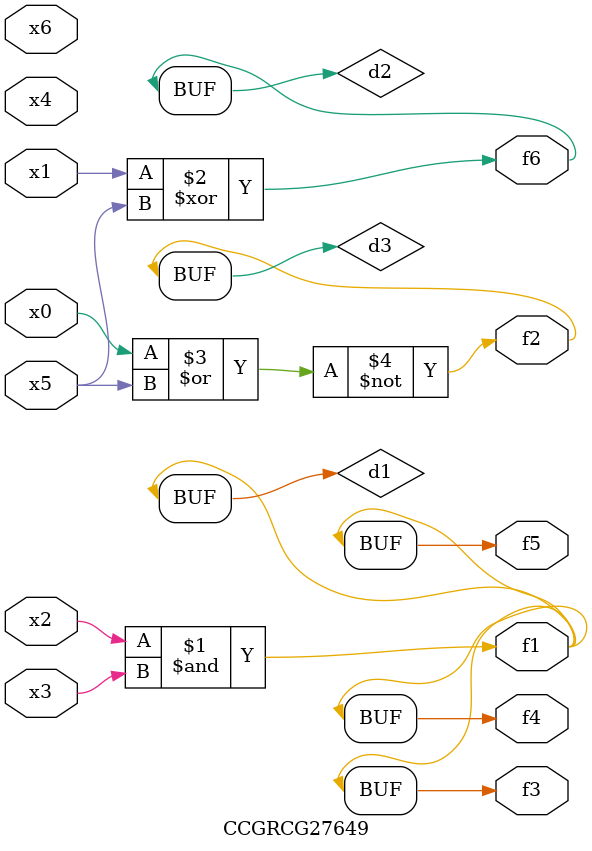
<source format=v>
module CCGRCG27649(
	input x0, x1, x2, x3, x4, x5, x6,
	output f1, f2, f3, f4, f5, f6
);

	wire d1, d2, d3;

	and (d1, x2, x3);
	xor (d2, x1, x5);
	nor (d3, x0, x5);
	assign f1 = d1;
	assign f2 = d3;
	assign f3 = d1;
	assign f4 = d1;
	assign f5 = d1;
	assign f6 = d2;
endmodule

</source>
